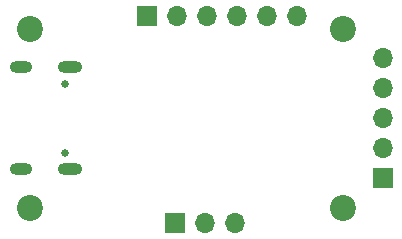
<source format=gbs>
%TF.GenerationSoftware,KiCad,Pcbnew,8.0.6*%
%TF.CreationDate,2024-11-25T12:43:08+08:00*%
%TF.ProjectId,UINIO-USB-UART-CP2102,55494e49-4f2d-4555-9342-2d554152542d,Version 5.0.0*%
%TF.SameCoordinates,PX8203930PY518daf8*%
%TF.FileFunction,Soldermask,Bot*%
%TF.FilePolarity,Negative*%
%FSLAX46Y46*%
G04 Gerber Fmt 4.6, Leading zero omitted, Abs format (unit mm)*
G04 Created by KiCad (PCBNEW 8.0.6) date 2024-11-25 12:43:08*
%MOMM*%
%LPD*%
G01*
G04 APERTURE LIST*
%ADD10C,2.200000*%
%ADD11O,1.900000X1.000000*%
%ADD12O,2.100000X1.000000*%
%ADD13C,0.650000*%
%ADD14O,1.700000X1.700000*%
%ADD15R,1.700000X1.700000*%
G04 APERTURE END LIST*
D10*
%TO.C,HOLE\u002A\u002A*%
X-700000Y-17700000D03*
%TD*%
%TO.C,HOLE\u002A\u002A*%
X-700000Y-2610000D03*
%TD*%
%TO.C,HOLE\u002A\u002A*%
X25790000Y-2610000D03*
%TD*%
%TO.C,HOLE\u002A\u002A*%
X25790000Y-17700000D03*
%TD*%
D11*
%TO.C,USB2*%
X-1500000Y-14475000D03*
X-1500000Y-5825000D03*
D12*
X2700000Y-14475000D03*
X2700000Y-5825000D03*
D13*
X2200000Y-13040000D03*
X2200000Y-7260000D03*
%TD*%
D14*
%TO.C,J2*%
X29128680Y-5065000D03*
X29128680Y-7605000D03*
X29128680Y-10145000D03*
X29128680Y-12685000D03*
D15*
X29128680Y-15225000D03*
%TD*%
%TO.C,J3*%
X9198680Y-1470000D03*
D14*
X11738680Y-1470000D03*
X14278680Y-1470000D03*
X16818680Y-1470000D03*
X19358680Y-1470000D03*
X21898680Y-1470000D03*
%TD*%
D15*
%TO.C,J1*%
X11580000Y-19030000D03*
D14*
X14120000Y-19030000D03*
X16660000Y-19030000D03*
%TD*%
M02*

</source>
